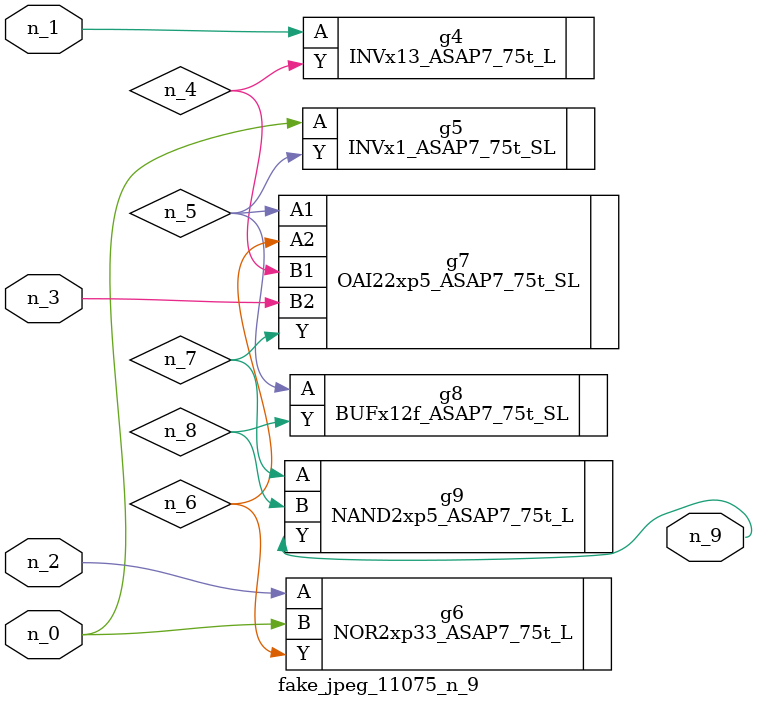
<source format=v>
module fake_jpeg_11075_n_9 (n_0, n_3, n_2, n_1, n_9);

input n_0;
input n_3;
input n_2;
input n_1;

output n_9;

wire n_4;
wire n_8;
wire n_6;
wire n_5;
wire n_7;

INVx13_ASAP7_75t_L g4 ( 
.A(n_1),
.Y(n_4)
);

INVx1_ASAP7_75t_SL g5 ( 
.A(n_0),
.Y(n_5)
);

NOR2xp33_ASAP7_75t_L g6 ( 
.A(n_2),
.B(n_0),
.Y(n_6)
);

OAI22xp5_ASAP7_75t_SL g7 ( 
.A1(n_5),
.A2(n_6),
.B1(n_4),
.B2(n_3),
.Y(n_7)
);

NAND2xp5_ASAP7_75t_L g9 ( 
.A(n_7),
.B(n_8),
.Y(n_9)
);

BUFx12f_ASAP7_75t_SL g8 ( 
.A(n_5),
.Y(n_8)
);


endmodule
</source>
